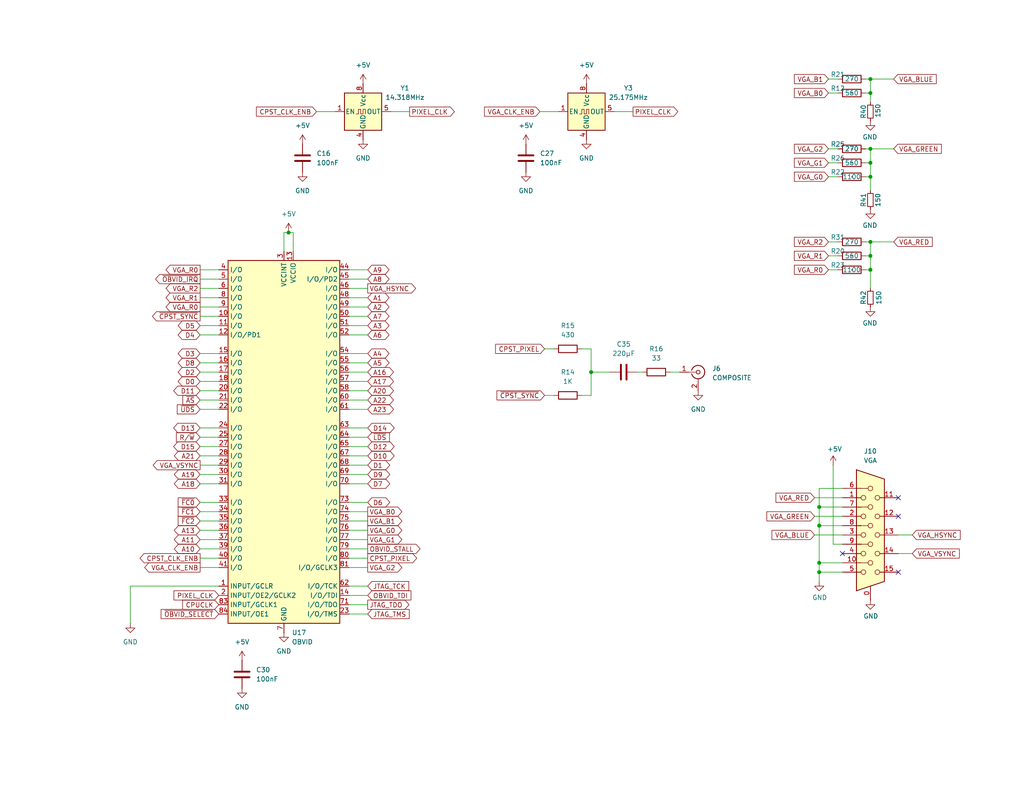
<source format=kicad_sch>
(kicad_sch (version 20250114) (generator "eeschema") (generator_version "9.0")
  (paper "USLetter")
  (lib_symbols
    (symbol "CPLD_Microchip:ATF1508ASx-xxJx84"
      (property "Reference" "U" (at -15.24 49.784 0))
      (property "Value" "ATF1508ASx-xxJx84" (at 24.384 49.784 0))
      (symbol "ATF1508ASx-xxJx84_0_1"
        (rectangle (start -15.24 48.26) (end 15.24 -50.8) (stroke (width 0.254)) (fill (type background)))
      )
      (symbol "ATF1508ASx-xxJx84_1_0"
        (pin input line (at -17.78 -45.72 0) (length 2.54) (name "INPUT/GCLK1") (number "83"))
        (pin input line (at -17.78 -48.26 0) (length 2.54) (name "INPUT/OE1") (number "84"))
        (pin passive line (at 0 -53.34 90) (length 2.54) (hide yes) (name "GND") (number "47"))
        (pin passive line (at 0 -53.34 90) (length 2.54) (hide yes) (name "GND") (number "59"))
        (pin passive line (at 0 -53.34 90) (length 2.54) (hide yes) (name "GND") (number "72"))
        (pin passive line (at 0 -53.34 90) (length 2.54) (hide yes) (name "GND") (number "82"))
        (pin power_in line (at 2.54 50.8 270) (length 2.54) (name "VCCIO") (number "13"))
        (pin passive line (at 2.54 50.8 270) (length 2.54) (hide yes) (name "VCCIO") (number "66"))
        (pin passive line (at 2.54 50.8 270) (length 2.54) (hide yes) (name "VCCIO") (number "78"))
        (pin bidirectional line (at 17.78 43.18 180) (length 2.54) (name "I/O/PD2") (number "45"))
        (pin bidirectional line (at 17.78 40.64 180) (length 2.54) (name "I/O") (number "46"))
        (pin bidirectional line (at 17.78 38.1 180) (length 2.54) (name "I/O") (number "48"))
        (pin bidirectional line (at 17.78 35.56 180) (length 2.54) (name "I/O") (number "49"))
        (pin bidirectional line (at 17.78 33.02 180) (length 2.54) (name "I/O") (number "50"))
        (pin bidirectional line (at 17.78 30.48 180) (length 2.54) (name "I/O") (number "51"))
        (pin bidirectional line (at 17.78 27.94 180) (length 2.54) (name "I/O") (number "52"))
        (pin bidirectional line (at 17.78 22.86 180) (length 2.54) (name "I/O") (number "54"))
        (pin bidirectional line (at 17.78 20.32 180) (length 2.54) (name "I/O") (number "55"))
        (pin bidirectional line (at 17.78 17.78 180) (length 2.54) (name "I/O") (number "56"))
        (pin bidirectional line (at 17.78 15.24 180) (length 2.54) (name "I/O") (number "57"))
        (pin bidirectional line (at 17.78 12.7 180) (length 2.54) (name "I/O") (number "58"))
        (pin bidirectional line (at 17.78 10.16 180) (length 2.54) (name "I/O") (number "60"))
        (pin bidirectional line (at 17.78 7.62 180) (length 2.54) (name "I/O") (number "61"))
        (pin bidirectional line (at 17.78 2.54 180) (length 2.54) (name "I/O") (number "63"))
        (pin bidirectional line (at 17.78 0 180) (length 2.54) (name "I/O") (number "64"))
        (pin bidirectional line (at 17.78 -2.54 180) (length 2.54) (name "I/O") (number "65"))
        (pin bidirectional line (at 17.78 -5.08 180) (length 2.54) (name "I/O") (number "67"))
        (pin bidirectional line (at 17.78 -7.62 180) (length 2.54) (name "I/O") (number "68"))
        (pin bidirectional line (at 17.78 -10.16 180) (length 2.54) (name "I/O") (number "69"))
        (pin bidirectional line (at 17.78 -12.7 180) (length 2.54) (name "I/O") (number "70"))
        (pin bidirectional line (at 17.78 -17.78 180) (length 2.54) (name "I/O") (number "73"))
        (pin bidirectional line (at 17.78 -20.32 180) (length 2.54) (name "I/O") (number "74"))
        (pin bidirectional line (at 17.78 -22.86 180) (length 2.54) (name "I/O") (number "75"))
        (pin bidirectional line (at 17.78 -25.4 180) (length 2.54) (name "I/O") (number "76"))
        (pin bidirectional line (at 17.78 -27.94 180) (length 2.54) (name "I/O") (number "77"))
        (pin bidirectional line (at 17.78 -30.48 180) (length 2.54) (name "I/O") (number "79"))
        (pin bidirectional line (at 17.78 -33.02 180) (length 2.54) (name "I/O") (number "80"))
        (pin bidirectional line (at 17.78 -35.56 180) (length 2.54) (name "I/O/GCLK3") (number "81"))
        (pin bidirectional line (at 17.78 -40.64 180) (length 2.54) (name "I/O/TCK") (number "62"))
        (pin bidirectional line (at 17.78 -45.72 180) (length 2.54) (name "I/O/TDO") (number "71"))
      )
      (symbol "ATF1508ASx-xxJx84_1_1"
        (pin bidirectional line (at -17.78 45.72 0) (length 2.54) (name "I/O") (number "4"))
        (pin bidirectional line (at -17.78 43.18 0) (length 2.54) (name "I/O") (number "5"))
        (pin bidirectional line (at -17.78 40.64 0) (length 2.54) (name "I/O") (number "6"))
        (pin bidirectional line (at -17.78 38.1 0) (length 2.54) (name "I/O") (number "8"))
        (pin bidirectional line (at -17.78 35.56 0) (length 2.54) (name "I/O") (number "9"))
        (pin bidirectional line (at -17.78 33.02 0) (length 2.54) (name "I/O") (number "10"))
        (pin bidirectional line (at -17.78 30.48 0) (length 2.54) (name "I/O") (number "11"))
        (pin bidirectional line (at -17.78 27.94 0) (length 2.54) (name "I/O/PD1") (number "12"))
        (pin bidirectional line (at -17.78 22.86 0) (length 2.54) (name "I/O") (number "15"))
        (pin bidirectional line (at -17.78 20.32 0) (length 2.54) (name "I/O") (number "16"))
        (pin bidirectional line (at -17.78 17.78 0) (length 2.54) (name "I/O") (number "17"))
        (pin bidirectional line (at -17.78 15.24 0) (length 2.54) (name "I/O") (number "18"))
        (pin bidirectional line (at -17.78 12.7 0) (length 2.54) (name "I/O") (number "20"))
        (pin bidirectional line (at -17.78 10.16 0) (length 2.54) (name "I/O") (number "21"))
        (pin bidirectional line (at -17.78 7.62 0) (length 2.54) (name "I/O") (number "22"))
        (pin bidirectional line (at -17.78 2.54 0) (length 2.54) (name "I/O") (number "24"))
        (pin bidirectional line (at -17.78 0 0) (length 2.54) (name "I/O") (number "25"))
        (pin bidirectional line (at -17.78 -2.54 0) (length 2.54) (name "I/O") (number "27"))
        (pin bidirectional line (at -17.78 -5.08 0) (length 2.54) (name "I/O") (number "28"))
        (pin bidirectional line (at -17.78 -7.62 0) (length 2.54) (name "I/O") (number "29"))
        (pin bidirectional line (at -17.78 -10.16 0) (length 2.54) (name "I/O") (number "30"))
        (pin bidirectional line (at -17.78 -12.7 0) (length 2.54) (name "I/O") (number "31"))
        (pin bidirectional line (at -17.78 -17.78 0) (length 2.54) (name "I/O") (number "33"))
        (pin bidirectional line (at -17.78 -20.32 0) (length 2.54) (name "I/O") (number "34"))
        (pin bidirectional line (at -17.78 -22.86 0) (length 2.54) (name "I/O") (number "35"))
        (pin bidirectional line (at -17.78 -25.4 0) (length 2.54) (name "I/O") (number "36"))
        (pin bidirectional line (at -17.78 -27.94 0) (length 2.54) (name "I/O") (number "37"))
        (pin bidirectional line (at -17.78 -30.48 0) (length 2.54) (name "I/O") (number "39"))
        (pin bidirectional line (at -17.78 -33.02 0) (length 2.54) (name "I/O") (number "40"))
        (pin bidirectional line (at -17.78 -35.56 0) (length 2.54) (name "I/O") (number "41"))
        (pin input line (at -17.78 -40.64 0) (length 2.54) (name "INPUT/GCLR") (number "1"))
        (pin input line (at -17.78 -43.18 0) (length 2.54) (name "INPUT/OE2/GCLK2") (number "2"))
        (pin power_in line (at 0 50.8 270) (length 2.54) (name "VCCINT") (number "3"))
        (pin passive line (at 0 50.8 270) (length 2.54) (hide yes) (name "VCCINT") (number "43"))
        (pin passive line (at 0 -53.34 90) (length 2.54) (hide yes) (name "GND") (number "19"))
        (pin passive line (at 0 -53.34 90) (length 2.54) (hide yes) (name "GND") (number "32"))
        (pin passive line (at 0 -53.34 90) (length 2.54) (hide yes) (name "GND") (number "42"))
        (pin power_in line (at 0 -53.34 90) (length 2.54) (name "GND") (number "7"))
        (pin passive line (at 2.54 50.8 270) (length 2.54) (hide yes) (name "VCCIO") (number "26"))
        (pin passive line (at 2.54 50.8 270) (length 2.54) (hide yes) (name "VCCIO") (number "38"))
        (pin passive line (at 2.54 50.8 270) (length 2.54) (hide yes) (name "VCCIO") (number "53"))
        (pin bidirectional line (at 17.78 45.72 180) (length 2.54) (name "I/O") (number "44"))
        (pin bidirectional line (at 17.78 -43.18 180) (length 2.54) (name "I/O/TDI") (number "14"))
        (pin bidirectional line (at 17.78 -48.26 180) (length 2.54) (name "I/O/TMS") (number "23"))
      )
    )
    (symbol "CXO_DIP8_1" (pin_names (offset 0.254))
      (property "Reference" "Y1" (at 11.43 6.4202 0))
      (property "Value" "14.318MHz" (at 11.43 3.8802 0))
      (symbol "CXO_DIP8_1_0_1"
        (rectangle (start -5.08 5.08) (end 5.08 -5.08) (stroke (width 0.254)) (fill (type background)))
        (polyline (pts (xy -1.905 -0.635) (xy -1.27 -0.635) (xy -1.27 0.635) (xy -0.635 0.635) (xy -0.635 -0.635) (xy 0 -0.635) (xy 0 0.635) (xy 0.635 0.635) (xy 0.635 -0.635)))
      )
      (symbol "CXO_DIP8_1_1_1"
        (pin input line (at -7.62 0 0) (length 2.54) (name "EN") (number "1"))
        (pin power_in line (at 0 7.62 270) (length 2.54) (name "Vcc") (number "8"))
        (pin power_in line (at 0 -7.62 90) (length 2.54) (name "GND") (number "4"))
        (pin tri_state line (at 7.62 0 180) (length 2.54) (name "OUT") (number "5"))
      )
    )
    (symbol "Connector:Conn_Coaxial" (pin_names (offset 1.016) (hide yes))
      (property "Reference" "J" (at 0.254 3.048 0))
      (property "Value" "Conn_Coaxial" (at 2.921 0 90))
      (symbol "Conn_Coaxial_0_1"
        (polyline (pts (xy -2.54 0) (xy -0.508 0)))
        (arc (start 1.778 0) (mid 0.222 -1.8079) (end -1.778 -0.508) (stroke (width 0.254)))
        (arc (start -1.778 0.508) (mid 0.2221 1.8084) (end 1.778 0) (stroke (width 0.254)))
        (circle (center 0 0) (radius 0.508) (stroke (width 0.2032)))
        (polyline (pts (xy 0 -2.54) (xy 0 -1.778)))
      )
      (symbol "Conn_Coaxial_1_1"
        (pin passive line (at -5.08 0 0) (length 2.54) (name "In") (number "1"))
        (pin passive line (at 0 -5.08 90) (length 2.54) (name "Ext") (number "2"))
      )
    )
    (symbol "Connector:DE15_Socket_HighDensity_MountingHoles" (pin_names (offset 1.016) (hide yes))
      (property "Reference" "J" (at 0 21.59 0))
      (property "Value" "DE15_Socket_HighDensity_MountingHoles" (at 0 19.05 0))
      (symbol "DE15_Socket_HighDensity_MountingHoles_0_1"
        (polyline (pts (xy -3.81 17.78) (xy -3.81 -15.24) (xy 3.81 -12.7) (xy 3.81 15.24) (xy -3.81 17.78)) (stroke (width 0.254)) (fill (type background)))
        (polyline (pts (xy -3.175 7.62) (xy -0.635 7.62)))
        (circle (center -1.905 10.16) (radius 0.635))
        (circle (center -1.905 5.08) (radius 0.635))
        (circle (center -1.905 0) (radius 0.635))
        (circle (center -1.905 -5.08) (radius 0.635))
        (circle (center -1.905 -10.16) (radius 0.635))
        (polyline (pts (xy -0.635 12.7) (xy -3.175 12.7)))
        (polyline (pts (xy -0.635 2.54) (xy -3.175 2.54)))
        (polyline (pts (xy -0.635 -2.54) (xy -3.175 -2.54)))
        (polyline (pts (xy -0.635 -7.62) (xy -3.175 -7.62)))
        (circle (center 0 12.7) (radius 0.635))
        (circle (center 0 7.62) (radius 0.635))
        (circle (center 0 2.54) (radius 0.635))
        (circle (center 0 -2.54) (radius 0.635))
        (circle (center 0 -7.62) (radius 0.635))
        (circle (center 1.905 10.16) (radius 0.635))
        (circle (center 1.905 5.08) (radius 0.635))
        (circle (center 1.905 0) (radius 0.635))
        (circle (center 1.905 -5.08) (radius 0.635))
        (circle (center 1.905 -10.16) (radius 0.635))
      )
      (symbol "DE15_Socket_HighDensity_MountingHoles_1_1"
        (pin passive line (at -7.62 12.7 0) (length 5.08) (name "~") (number "6"))
        (pin passive line (at -7.62 10.16 0) (length 5.08) (name "~") (number "1"))
        (pin passive line (at -7.62 7.62 0) (length 5.08) (name "~") (number "7"))
        (pin passive line (at -7.62 5.08 0) (length 5.08) (name "~") (number "2"))
        (pin passive line (at -7.62 2.54 0) (length 5.08) (name "~") (number "8"))
        (pin passive line (at -7.62 0 0) (length 5.08) (name "~") (number "3"))
        (pin passive line (at -7.62 -2.54 0) (length 5.08) (name "~") (number "9"))
        (pin passive line (at -7.62 -5.08 0) (length 5.08) (name "~") (number "4"))
        (pin passive line (at -7.62 -7.62 0) (length 5.08) (name "~") (number "10"))
        (pin passive line (at -7.62 -10.16 0) (length 5.08) (name "~") (number "5"))
        (pin passive line (at 0 -17.78 90) (length 3.81) (name "~") (number "0"))
        (pin passive line (at 7.62 10.16 180) (length 5.08) (name "~") (number "11"))
        (pin passive line (at 7.62 5.08 180) (length 5.08) (name "~") (number "12"))
        (pin passive line (at 7.62 0 180) (length 5.08) (name "~") (number "13"))
        (pin passive line (at 7.62 -5.08 180) (length 5.08) (name "~") (number "14"))
        (pin passive line (at 7.62 -10.16 180) (length 5.08) (name "~") (number "15"))
      )
    )
    (symbol "Device:C" (pin_numbers (hide yes)) (pin_names (offset 0.254))
      (property "Reference" "C" (at 0.635 2.54 0))
      (property "Value" "C" (at 0.635 -2.54 0))
      (symbol "C_0_1"
        (polyline (pts (xy -2.032 0.762) (xy 2.032 0.762)) (stroke (width 0.508)))
        (polyline (pts (xy -2.032 -0.762) (xy 2.032 -0.762)) (stroke (width 0.508)))
      )
      (symbol "C_1_1"
        (pin passive line (at 0 3.81 270) (length 2.794) (name "~") (number "1"))
        (pin passive line (at 0 -3.81 90) (length 2.794) (name "~") (number "2"))
      )
    )
    (symbol "Device:R" (pin_numbers (hide yes)) (pin_names (offset 0))
      (property "Reference" "R" (at 2.032 0 90))
      (property "Value" "R" (at 0 0 90))
      (symbol "R_0_1"
        (rectangle (start -1.016 -2.54) (end 1.016 2.54) (stroke (width 0.254)))
      )
      (symbol "R_1_1"
        (pin passive line (at 0 3.81 270) (length 1.27) (name "~") (number "1"))
        (pin passive line (at 0 -3.81 90) (length 1.27) (name "~") (number "2"))
      )
    )
    (symbol "Device:R_Small" (pin_numbers (hide yes)) (pin_names (offset 0.254) (hide yes))
      (property "Reference" "R" (at 0 0 90))
      (property "Value" "R_Small" (at 1.778 0 90))
      (symbol "R_Small_0_1"
        (rectangle (start -0.762 1.778) (end 0.762 -1.778) (stroke (width 0.2032)))
      )
      (symbol "R_Small_1_1"
        (pin passive line (at 0 2.54 270) (length 0.762) (name "~") (number "1"))
        (pin passive line (at 0 -2.54 90) (length 0.762) (name "~") (number "2"))
      )
    )
    (symbol "Oscillator:CXO_DIP8" (pin_names (offset 0.254))
      (property "Reference" "Y3" (at 11.43 6.4202 0))
      (property "Value" "25.175MHz" (at 11.43 3.8802 0))
      (symbol "CXO_DIP8_0_1"
        (rectangle (start -5.08 5.08) (end 5.08 -5.08) (stroke (width 0.254)) (fill (type background)))
        (polyline (pts (xy -1.905 -0.635) (xy -1.27 -0.635) (xy -1.27 0.635) (xy -0.635 0.635) (xy -0.635 -0.635) (xy 0 -0.635) (xy 0 0.635) (xy 0.635 0.635) (xy 0.635 -0.635)))
      )
      (symbol "CXO_DIP8_1_1"
        (pin input line (at -7.62 0 0) (length 2.54) (name "EN") (number "1"))
        (pin power_in line (at 0 7.62 270) (length 2.54) (name "Vcc") (number "8"))
        (pin power_in line (at 0 -7.62 90) (length 2.54) (name "GND") (number "4"))
        (pin bidirectional line (at 7.62 0 180) (length 2.54) (name "OUT") (number "5"))
      )
    )
    (symbol "power:+5V" (power) (pin_numbers (hide yes)) (pin_names (offset 0) (hide yes))
      (property "Value" "+5V" (at 0 3.556 0))
      (symbol "+5V_0_1"
        (polyline (pts (xy -0.762 1.27) (xy 0 2.54)))
        (polyline (pts (xy 0 2.54) (xy 0.762 1.27)))
        (polyline (pts (xy 0 0) (xy 0 2.54)))
      )
      (symbol "+5V_1_1"
        (pin power_in line (at 0 0 90) (length 0) (name "~") (number "1"))
      )
    )
    (symbol "power:GND" (power) (pin_numbers (hide yes)) (pin_names (offset 0) (hide yes))
      (property "Value" "GND" (at 0 -3.81 0))
      (symbol "GND_0_1"
        (polyline (pts (xy 0 0) (xy 0 -1.27) (xy 1.27 -1.27) (xy 0 -2.54) (xy -1.27 -1.27) (xy 0 -1.27)))
      )
      (symbol "GND_1_1"
        (pin power_in line (at 0 0 270) (length 0) (name "~") (number "1"))
      )
    )
  )
  (junction (at 237.49 21.59))
  (junction (at 161.29 101.6))
  (junction (at 237.49 44.45))
  (junction (at 237.49 69.85))
  (junction (at 223.52 138.43))
  (junction (at 237.49 25.4))
  (junction (at 223.52 153.67))
  (junction (at 237.49 48.26))
  (junction (at 237.49 66.04))
  (junction (at 237.49 73.66))
  (junction (at 223.52 143.51))
  (junction (at 78.74 63.5))
  (junction (at 223.52 156.21))
  (junction (at 237.49 40.64))
  (no_connect (at 245.11 140.97))
  (no_connect (at 229.87 151.13))
  (no_connect (at 245.11 135.89))
  (no_connect (at 245.11 156.21))
  (wire (pts (xy 54.61 106.68) (xy 59.69 106.68)))
  (wire (pts (xy 229.87 138.43) (xy 223.52 138.43)))
  (wire (pts (xy 54.61 83.82) (xy 59.69 83.82)))
  (wire (pts (xy 237.49 73.66) (xy 237.49 78.74)))
  (wire (pts (xy 223.52 156.21) (xy 229.87 156.21)))
  (wire (pts (xy 95.25 81.28) (xy 100.33 81.28)))
  (wire (pts (xy 54.61 109.22) (xy 59.69 109.22)))
  (wire (pts (xy 95.25 165.1) (xy 100.33 165.1)))
  (wire (pts (xy 95.25 142.24) (xy 100.33 142.24)))
  (wire (pts (xy 229.87 133.35) (xy 223.52 133.35)))
  (wire (pts (xy 54.61 76.2) (xy 59.69 76.2)))
  (wire (pts (xy 100.33 111.76) (xy 95.25 111.76)))
  (wire (pts (xy 236.22 66.04) (xy 237.49 66.04)))
  (wire (pts (xy 95.25 154.94) (xy 100.33 154.94)))
  (wire (pts (xy 243.84 21.59) (xy 237.49 21.59)))
  (wire (pts (xy 54.61 111.76) (xy 59.69 111.76)))
  (wire (pts (xy 54.61 116.84) (xy 59.69 116.84)))
  (wire (pts (xy 95.25 160.02) (xy 100.33 160.02)))
  (wire (pts (xy 148.59 95.25) (xy 151.13 95.25)))
  (wire (pts (xy 236.22 69.85) (xy 237.49 69.85)))
  (wire (pts (xy 106.68 30.48) (xy 111.76 30.48)))
  (wire (pts (xy 54.61 127) (xy 59.69 127)))
  (wire (pts (xy 91.44 30.48) (xy 86.36 30.48)))
  (wire (pts (xy 95.25 167.64) (xy 100.33 167.64)))
  (wire (pts (xy 59.69 142.24) (xy 54.61 142.24)))
  (wire (pts (xy 148.59 107.95) (xy 151.13 107.95)))
  (wire (pts (xy 59.69 91.44) (xy 54.61 91.44)))
  (wire (pts (xy 95.25 127) (xy 100.33 127)))
  (wire (pts (xy 236.22 25.4) (xy 237.49 25.4)))
  (wire (pts (xy 229.87 143.51) (xy 223.52 143.51)))
  (wire (pts (xy 237.49 40.64) (xy 237.49 44.45)))
  (wire (pts (xy 95.25 96.52) (xy 100.33 96.52)))
  (wire (pts (xy 236.22 21.59) (xy 237.49 21.59)))
  (wire (pts (xy 228.6 44.45) (xy 226.06 44.45)))
  (wire (pts (xy 100.33 78.74) (xy 95.25 78.74)))
  (wire (pts (xy 54.61 73.66) (xy 59.69 73.66)))
  (wire (pts (xy 161.29 101.6) (xy 161.29 95.25)))
  (wire (pts (xy 95.25 162.56) (xy 100.33 162.56)))
  (wire (pts (xy 223.52 153.67) (xy 223.52 156.21)))
  (wire (pts (xy 54.61 86.36) (xy 59.69 86.36)))
  (wire (pts (xy 54.61 99.06) (xy 59.69 99.06)))
  (wire (pts (xy 59.69 137.16) (xy 54.61 137.16)))
  (wire (pts (xy 95.25 99.06) (xy 100.33 99.06)))
  (wire (pts (xy 59.69 149.86) (xy 54.61 149.86)))
  (wire (pts (xy 182.88 101.6) (xy 185.42 101.6)))
  (wire (pts (xy 100.33 109.22) (xy 95.25 109.22)))
  (wire (pts (xy 222.25 140.97) (xy 229.87 140.97)))
  (wire (pts (xy 59.69 96.52) (xy 54.61 96.52)))
  (wire (pts (xy 95.25 132.08) (xy 100.33 132.08)))
  (wire (pts (xy 78.74 63.5) (xy 80.01 63.5)))
  (wire (pts (xy 236.22 73.66) (xy 237.49 73.66)))
  (wire (pts (xy 59.69 147.32) (xy 54.61 147.32)))
  (wire (pts (xy 237.49 44.45) (xy 237.49 48.26)))
  (wire (pts (xy 158.75 107.95) (xy 161.29 107.95)))
  (wire (pts (xy 152.4 30.48) (xy 147.32 30.48)))
  (wire (pts (xy 237.49 69.85) (xy 237.49 73.66)))
  (wire (pts (xy 80.01 68.58) (xy 80.01 63.5)))
  (wire (pts (xy 222.25 146.05) (xy 229.87 146.05)))
  (wire (pts (xy 237.49 66.04) (xy 237.49 69.85)))
  (wire (pts (xy 95.25 147.32) (xy 100.33 147.32)))
  (wire (pts (xy 223.52 143.51) (xy 223.52 153.67)))
  (wire (pts (xy 100.33 119.38) (xy 95.25 119.38)))
  (wire (pts (xy 236.22 44.45) (xy 237.49 44.45)))
  (wire (pts (xy 59.69 88.9) (xy 54.61 88.9)))
  (wire (pts (xy 95.25 88.9) (xy 100.33 88.9)))
  (wire (pts (xy 248.92 151.13) (xy 245.11 151.13)))
  (wire (pts (xy 243.84 66.04) (xy 237.49 66.04)))
  (wire (pts (xy 59.69 160.02) (xy 35.56 160.02)))
  (wire (pts (xy 35.56 160.02) (xy 35.56 170.18)))
  (wire (pts (xy 173.99 101.6) (xy 175.26 101.6)))
  (wire (pts (xy 161.29 101.6) (xy 166.37 101.6)))
  (wire (pts (xy 237.49 48.26) (xy 237.49 52.07)))
  (wire (pts (xy 95.25 73.66) (xy 100.33 73.66)))
  (wire (pts (xy 59.69 139.7) (xy 54.61 139.7)))
  (wire (pts (xy 222.25 135.89) (xy 229.87 135.89)))
  (wire (pts (xy 77.47 63.5) (xy 78.74 63.5)))
  (wire (pts (xy 158.75 95.25) (xy 161.29 95.25)))
  (wire (pts (xy 223.52 138.43) (xy 223.52 143.51)))
  (wire (pts (xy 161.29 107.95) (xy 161.29 101.6)))
  (wire (pts (xy 54.61 124.46) (xy 59.69 124.46)))
  (wire (pts (xy 54.61 119.38) (xy 59.69 119.38)))
  (wire (pts (xy 223.52 133.35) (xy 223.52 138.43)))
  (wire (pts (xy 223.52 158.75) (xy 223.52 156.21)))
  (wire (pts (xy 54.61 152.4) (xy 59.69 152.4)))
  (wire (pts (xy 226.06 73.66) (xy 228.6 73.66)))
  (wire (pts (xy 95.25 86.36) (xy 100.33 86.36)))
  (wire (pts (xy 237.49 21.59) (xy 237.49 25.4)))
  (wire (pts (xy 100.33 106.68) (xy 95.25 106.68)))
  (wire (pts (xy 59.69 144.78) (xy 54.61 144.78)))
  (wire (pts (xy 100.33 129.54) (xy 95.25 129.54)))
  (wire (pts (xy 95.25 83.82) (xy 100.33 83.82)))
  (wire (pts (xy 100.33 124.46) (xy 95.25 124.46)))
  (wire (pts (xy 95.25 104.14) (xy 100.33 104.14)))
  (wire (pts (xy 228.6 25.4) (xy 226.06 25.4)))
  (wire (pts (xy 54.61 121.92) (xy 59.69 121.92)))
  (wire (pts (xy 228.6 69.85) (xy 226.06 69.85)))
  (wire (pts (xy 236.22 48.26) (xy 237.49 48.26)))
  (wire (pts (xy 100.33 116.84) (xy 95.25 116.84)))
  (wire (pts (xy 228.6 40.64) (xy 226.06 40.64)))
  (wire (pts (xy 228.6 48.26) (xy 226.06 48.26)))
  (wire (pts (xy 228.6 21.59) (xy 226.06 21.59)))
  (wire (pts (xy 167.64 30.48) (xy 172.72 30.48)))
  (wire (pts (xy 237.49 25.4) (xy 237.49 27.94)))
  (wire (pts (xy 236.22 40.64) (xy 237.49 40.64)))
  (wire (pts (xy 59.69 104.14) (xy 54.61 104.14)))
  (wire (pts (xy 95.25 139.7) (xy 100.33 139.7)))
  (wire (pts (xy 95.25 76.2) (xy 100.33 76.2)))
  (wire (pts (xy 95.25 91.44) (xy 100.33 91.44)))
  (wire (pts (xy 77.47 63.5) (xy 77.47 68.58)))
  (wire (pts (xy 100.33 121.92) (xy 95.25 121.92)))
  (wire (pts (xy 229.87 153.67) (xy 223.52 153.67)))
  (wire (pts (xy 54.61 78.74) (xy 59.69 78.74)))
  (wire (pts (xy 95.25 144.78) (xy 100.33 144.78)))
  (wire (pts (xy 59.69 101.6) (xy 54.61 101.6)))
  (wire (pts (xy 59.69 132.08) (xy 54.61 132.08)))
  (wire (pts (xy 227.33 148.59) (xy 229.87 148.59)))
  (wire (pts (xy 248.92 146.05) (xy 245.11 146.05)))
  (wire (pts (xy 54.61 154.94) (xy 59.69 154.94)))
  (wire (pts (xy 243.84 40.64) (xy 237.49 40.64)))
  (wire (pts (xy 227.33 127) (xy 227.33 148.59)))
  (wire (pts (xy 59.69 129.54) (xy 54.61 129.54)))
  (wire (pts (xy 95.25 101.6) (xy 100.33 101.6)))
  (wire (pts (xy 228.6 66.04) (xy 226.06 66.04)))
  (wire (pts (xy 100.33 149.86) (xy 95.25 149.86)))
  (wire (pts (xy 95.25 152.4) (xy 100.33 152.4)))
  (wire (pts (xy 54.61 81.28) (xy 59.69 81.28)))
  (wire (pts (xy 95.25 137.16) (xy 100.33 137.16)))
  (global_label "D13" (shape bidirectional) (at 54.61 116.84 180) (property "Intersheetrefs" "${INTERSHEET_REFS}" (effects (hide yes))))
  (global_label "A22" (shape bidirectional) (at 100.33 109.22 0) (property "Intersheetrefs" "${INTERSHEET_REFS}" (effects (hide yes))))
  (global_label "A18" (shape bidirectional) (at 54.61 132.08 180) (property "Intersheetrefs" "${INTERSHEET_REFS}" (effects (hide yes))))
  (global_label "D14" (shape bidirectional) (at 100.33 116.84 0) (property "Intersheetrefs" "${INTERSHEET_REFS}" (effects (hide yes))))
  (global_label "~{LDS}" (shape input) (at 100.33 119.38 0) (property "Intersheetrefs" "${INTERSHEET_REFS}" (effects (hide yes))))
  (global_label "VGA_B0" (shape output) (at 100.33 139.7 0) (property "Intersheetrefs" "${INTERSHEET_REFS}" (effects (hide yes))))
  (global_label "~{FC1}" (shape input) (at 54.61 139.7 180) (property "Intersheetrefs" "${INTERSHEET_REFS}" (effects (hide yes))))
  (global_label "A21" (shape bidirectional) (at 54.61 124.46 180) (property "Intersheetrefs" "${INTERSHEET_REFS}" (effects (hide yes))))
  (global_label "CPST_PIXEL" (shape input) (at 148.59 95.25 180) (property "Intersheetrefs" "${INTERSHEET_REFS}" (effects (hide yes))))
  (global_label "VGA_RED" (shape input) (at 222.25 135.89 180) (property "Intersheetrefs" "${INTERSHEET_REFS}" (effects (hide yes))))
  (global_label "CPST_CLK_ENB" (shape output) (at 54.61 152.4 180) (property "Intersheetrefs" "${INTERSHEET_REFS}" (effects (hide yes))))
  (global_label "~{FC2}" (shape input) (at 54.61 142.24 180) (property "Intersheetrefs" "${INTERSHEET_REFS}" (effects (hide yes))))
  (global_label "OBVID_TDI" (shape input) (at 100.33 162.56 0) (property "Intersheetrefs" "${INTERSHEET_REFS}" (effects (hide yes))))
  (global_label "~{FC0}" (shape input) (at 54.61 137.16 180) (property "Intersheetrefs" "${INTERSHEET_REFS}" (effects (hide yes))))
  (global_label "D2" (shape bidirectional) (at 54.61 101.6 180) (property "Intersheetrefs" "${INTERSHEET_REFS}" (effects (hide yes))))
  (global_label "VGA_RED" (shape input) (at 243.84 66.04 0) (property "Intersheetrefs" "${INTERSHEET_REFS}" (effects (hide yes))))
  (global_label "~{OBVID_IRQ}" (shape output) (at 54.61 76.2 180) (property "Intersheetrefs" "${INTERSHEET_REFS}" (effects (hide yes))))
  (global_label "VGA_B1" (shape input) (at 226.06 21.59 180) (property "Intersheetrefs" "${INTERSHEET_REFS}" (effects (hide yes))))
  (global_label "VGA_R2" (shape input) (at 226.06 66.04 180) (property "Intersheetrefs" "${INTERSHEET_REFS}" (effects (hide yes))))
  (global_label "VGA_BLUE" (shape input) (at 243.84 21.59 0) (property "Intersheetrefs" "${INTERSHEET_REFS}" (effects (hide yes))))
  (global_label "A19" (shape bidirectional) (at 54.61 129.54 180) (property "Intersheetrefs" "${INTERSHEET_REFS}" (effects (hide yes))))
  (global_label "VGA_G0" (shape input) (at 226.06 48.26 180) (property "Intersheetrefs" "${INTERSHEET_REFS}" (effects (hide yes))))
  (global_label "JTAG_TDO" (shape output) (at 100.33 165.1 0) (property "Intersheetrefs" "${INTERSHEET_REFS}" (effects (hide yes))))
  (global_label "VGA_HSYNC" (shape input) (at 248.92 146.05 0) (property "Intersheetrefs" "${INTERSHEET_REFS}" (effects (hide yes))))
  (global_label "A2" (shape bidirectional) (at 100.33 83.82 0) (property "Intersheetrefs" "${INTERSHEET_REFS}" (effects (hide yes))))
  (global_label "A23" (shape bidirectional) (at 100.33 111.76 0) (property "Intersheetrefs" "${INTERSHEET_REFS}" (effects (hide yes))))
  (global_label "CPST_CLK_ENB" (shape input) (at 86.36 30.48 180) (property "Intersheetrefs" "${INTERSHEET_REFS}" (effects (hide yes))))
  (global_label "D15" (shape bidirectional) (at 54.61 121.92 180) (property "Intersheetrefs" "${INTERSHEET_REFS}" (effects (hide yes))))
  (global_label "A4" (shape bidirectional) (at 100.33 96.52 0) (property "Intersheetrefs" "${INTERSHEET_REFS}" (effects (hide yes))))
  (global_label "CPUCLK" (shape input) (at 59.69 165.1 180) (property "Intersheetrefs" "${INTERSHEET_REFS}" (effects (hide yes))))
  (global_label "VGA_R2" (shape output) (at 54.61 78.74 180) (property "Intersheetrefs" "${INTERSHEET_REFS}" (effects (hide yes))))
  (global_label "VGA_HSYNC" (shape output) (at 100.33 78.74 0) (property "Intersheetrefs" "${INTERSHEET_REFS}" (effects (hide yes))))
  (global_label "D1" (shape bidirectional) (at 100.33 127 0) (property "Intersheetrefs" "${INTERSHEET_REFS}" (effects (hide yes))))
  (global_label "VGA_R0" (shape output) (at 54.61 83.82 180) (property "Intersheetrefs" "${INTERSHEET_REFS}" (effects (hide yes))))
  (global_label "A9" (shape bidirectional) (at 100.33 73.66 0) (property "Intersheetrefs" "${INTERSHEET_REFS}" (effects (hide yes))))
  (global_label "~{CPST_SYNC}" (shape output) (at 54.61 86.36 180) (property "Intersheetrefs" "${INTERSHEET_REFS}" (effects (hide yes))))
  (global_label "A1" (shape bidirectional) (at 100.33 81.28 0) (property "Intersheetrefs" "${INTERSHEET_REFS}" (effects (hide yes))))
  (global_label "A10" (shape bidirectional) (at 54.61 149.86 180) (property "Intersheetrefs" "${INTERSHEET_REFS}" (effects (hide yes))))
  (global_label "VGA_G1" (shape output) (at 100.33 147.32 0) (property "Intersheetrefs" "${INTERSHEET_REFS}" (effects (hide yes))))
  (global_label "~{OBVID_SELECT}" (shape input) (at 59.69 167.64 180) (property "Intersheetrefs" "${INTERSHEET_REFS}" (effects (hide yes))))
  (global_label "PIXEL_CLK" (shape output) (at 111.76 30.48 0) (property "Intersheetrefs" "${INTERSHEET_REFS}" (effects (hide yes))))
  (global_label "VGA_B1" (shape output) (at 100.33 142.24 0) (property "Intersheetrefs" "${INTERSHEET_REFS}" (effects (hide yes))))
  (global_label "A17" (shape bidirectional) (at 100.33 104.14 0) (property "Intersheetrefs" "${INTERSHEET_REFS}" (effects (hide yes))))
  (global_label "VGA_R1" (shape output) (at 54.61 81.28 180) (property "Intersheetrefs" "${INTERSHEET_REFS}" (effects (hide yes))))
  (global_label "A20" (shape bidirectional) (at 100.33 106.68 0) (property "Intersheetrefs" "${INTERSHEET_REFS}" (effects (hide yes))))
  (global_label "A3" (shape bidirectional) (at 100.33 88.9 0) (property "Intersheetrefs" "${INTERSHEET_REFS}" (effects (hide yes))))
  (global_label "R{slash}~{W}" (shape input) (at 54.61 119.38 180) (property "Intersheetrefs" "${INTERSHEET_REFS}" (effects (hide yes))))
  (global_label "VGA_VSYNC" (shape output) (at 54.61 127 180) (property "Intersheetrefs" "${INTERSHEET_REFS}" (effects (hide yes))))
  (global_label "VGA_G1" (shape input) (at 226.06 44.45 180) (property "Intersheetrefs" "${INTERSHEET_REFS}" (effects (hide yes))))
  (global_label "VGA_R0" (shape input) (at 226.06 73.66 180) (property "Intersheetrefs" "${INTERSHEET_REFS}" (effects (hide yes))))
  (global_label "VGA_R1" (shape input) (at 226.06 69.85 180) (property "Intersheetrefs" "${INTERSHEET_REFS}" (effects (hide yes))))
  (global_label "JTAG_TCK" (shape input) (at 100.33 160.02 0) (property "Intersheetrefs" "${INTERSHEET_REFS}" (effects (hide yes))))
  (global_label "D8" (shape bidirectional) (at 54.61 99.06 180) (property "Intersheetrefs" "${INTERSHEET_REFS}" (effects (hide yes))))
  (global_label "VGA_GREEN" (shape input) (at 222.25 140.97 180) (property "Intersheetrefs" "${INTERSHEET_REFS}" (effects (hide yes))))
  (global_label "VGA_VSYNC" (shape input) (at 248.92 151.13 0) (property "Intersheetrefs" "${INTERSHEET_REFS}" (effects (hide yes))))
  (global_label "VGA_CLK_ENB" (shape input) (at 147.32 30.48 180) (property "Intersheetrefs" "${INTERSHEET_REFS}" (effects (hide yes))))
  (global_label "PIXEL_CLK" (shape output) (at 172.72 30.48 0) (property "Intersheetrefs" "${INTERSHEET_REFS}" (effects (hide yes))))
  (global_label "~{UDS}" (shape input) (at 54.61 111.76 180) (property "Intersheetrefs" "${INTERSHEET_REFS}" (effects (hide yes))))
  (global_label "A5" (shape bidirectional) (at 100.33 99.06 0) (property "Intersheetrefs" "${INTERSHEET_REFS}" (effects (hide yes))))
  (global_label "VGA_CLK_ENB" (shape output) (at 54.61 154.94 180) (property "Intersheetrefs" "${INTERSHEET_REFS}" (effects (hide yes))))
  (global_label "VGA_R0" (shape output) (at 54.61 73.66 180) (property "Intersheetrefs" "${INTERSHEET_REFS}" (effects (hide yes))))
  (global_label "A11" (shape bidirectional) (at 54.61 147.32 180) (property "Intersheetrefs" "${INTERSHEET_REFS}" (effects (hide yes))))
  (global_label "D11" (shape bidirectional) (at 54.61 106.68 180) (property "Intersheetrefs" "${INTERSHEET_REFS}" (effects (hide yes))))
  (global_label "~{AS}" (shape input) (at 54.61 109.22 180) (property "Intersheetrefs" "${INTERSHEET_REFS}" (effects (hide yes))))
  (global_label "A8" (shape bidirectional) (at 100.33 76.2 0) (property "Intersheetrefs" "${INTERSHEET_REFS}" (effects (hide yes))))
  (global_label "D7" (shape bidirectional) (at 100.33 132.08 0) (property "Intersheetrefs" "${INTERSHEET_REFS}" (effects (hide yes))))
  (global_label "D10" (shape bidirectional) (at 100.33 124.46 0) (property "Intersheetrefs" "${INTERSHEET_REFS}" (effects (hide yes))))
  (global_label "~{CPST_SYNC}" (shape input) (at 148.59 107.95 180) (property "Intersheetrefs" "${INTERSHEET_REFS}" (effects (hide yes))))
  (global_label "D4" (shape bidirectional) (at 54.61 91.44 180) (property "Intersheetrefs" "${INTERSHEET_REFS}" (effects (hide yes))))
  (global_label "VGA_G2" (shape input) (at 226.06 40.64 180) (property "Intersheetrefs" "${INTERSHEET_REFS}" (effects (hide yes))))
  (global_label "VGA_G2" (shape output) (at 100.33 154.94 0) (property "Intersheetrefs" "${INTERSHEET_REFS}" (effects (hide yes))))
  (global_label "VGA_GREEN" (shape input) (at 243.84 40.64 0) (property "Intersheetrefs" "${INTERSHEET_REFS}" (effects (hide yes))))
  (global_label "A6" (shape bidirectional) (at 100.33 91.44 0) (property "Intersheetrefs" "${INTERSHEET_REFS}" (effects (hide yes))))
  (global_label "A7" (shape bidirectional) (at 100.33 86.36 0) (property "Intersheetrefs" "${INTERSHEET_REFS}" (effects (hide yes))))
  (global_label "OBVID_STALL" (shape output) (at 100.33 149.86 0) (property "Intersheetrefs" "${INTERSHEET_REFS}" (effects (hide yes))))
  (global_label "VGA_BLUE" (shape input) (at 222.25 146.05 180) (property "Intersheetrefs" "${INTERSHEET_REFS}" (effects (hide yes))))
  (global_label "A16" (shape bidirectional) (at 100.33 101.6 0) (property "Intersheetrefs" "${INTERSHEET_REFS}" (effects (hide yes))))
  (global_label "D9" (shape bidirectional) (at 100.33 129.54 0) (property "Intersheetrefs" "${INTERSHEET_REFS}" (effects (hide yes))))
  (global_label "VGA_G0" (shape output) (at 100.33 144.78 0) (property "Intersheetrefs" "${INTERSHEET_REFS}" (effects (hide yes))))
  (global_label "JTAG_TMS" (shape input) (at 100.33 167.64 0) (property "Intersheetrefs" "${INTERSHEET_REFS}" (effects (hide yes))))
  (global_label "D0" (shape bidirectional) (at 54.61 104.14 180) (property "Intersheetrefs" "${INTERSHEET_REFS}" (effects (hide yes))))
  (global_label "D6" (shape bidirectional) (at 100.33 137.16 0) (property "Intersheetrefs" "${INTERSHEET_REFS}" (effects (hide yes))))
  (global_label "A13" (shape bidirectional) (at 54.61 144.78 180) (property "Intersheetrefs" "${INTERSHEET_REFS}" (effects (hide yes))))
  (global_label "D12" (shape bidirectional) (at 100.33 121.92 0) (property "Intersheetrefs" "${INTERSHEET_REFS}" (effects (hide yes))))
  (global_label "D5" (shape bidirectional) (at 54.61 88.9 180) (property "Intersheetrefs" "${INTERSHEET_REFS}" (effects (hide yes))))
  (global_label "VGA_B0" (shape input) (at 226.06 25.4 180) (property "Intersheetrefs" "${INTERSHEET_REFS}" (effects (hide yes))))
  (global_label "PIXEL_CLK" (shape input) (at 59.69 162.56 180) (property "Intersheetrefs" "${INTERSHEET_REFS}" (effects (hide yes))))
  (global_label "CPST_PIXEL" (shape output) (at 100.33 152.4 0) (property "Intersheetrefs" "${INTERSHEET_REFS}" (effects (hide yes))))
  (global_label "D3" (shape bidirectional) (at 54.61 96.52 180) (property "Intersheetrefs" "${INTERSHEET_REFS}" (effects (hide yes))))
  (symbol (lib_id "Device:R") (at 232.41 40.64 270) (unit 1)
    (property "Reference" "R25" (at 228.6 39.37 90))
    (property "Value" "270" (at 232.41 40.64 90))
    (property "Footprint" "Resistor_THT:R_Axial_DIN0207_L6.3mm_D2.5mm_P10.16mm_Horizontal" (effects (hide yes)))
    (property "Datasheet" "~" (at 232.41 40.64 0) (effects (font (size 0.762 0.762))))
    (property "Description" "Resistor 270 ohms 0.5% tolerance" (effects (hide yes)))
    (property "Package" "0603" (effects (hide yes)))
    (property "Type" "SMD" (effects (hide yes)))
  )
  (symbol (lib_id "Device:R") (at 232.41 44.45 270) (unit 1)
    (property "Reference" "R26" (at 228.6 43.18 90))
    (property "Value" "560" (at 232.41 44.45 90))
    (property "Footprint" "Resistor_THT:R_Axial_DIN0207_L6.3mm_D2.5mm_P10.16mm_Horizontal" (effects (hide yes)))
    (property "Datasheet" "~" (at 232.41 44.45 0) (effects (font (size 0.762 0.762))))
    (property "Description" "Resistor 560 ohms 1% tolerance" (effects (hide yes)))
    (property "Package" "0603" (effects (hide yes)))
    (property "Type" "SMD" (effects (hide yes)))
  )
  (symbol (lib_id "Device:R_Small") (at 237.49 30.48 0) (mirror x) (unit 1)
    (property "Reference" "R40" (at 235.585 30.48 90))
    (property "Value" "150" (at 239.522 30.226 90))
    (property "Footprint" "Resistor_THT:R_Axial_DIN0207_L6.3mm_D2.5mm_P10.16mm_Horizontal" (effects (hide yes)))
    (property "Description" "resistor 150 ohms 5%" (effects (hide yes)))
    (property "Package" "0603" (effects (hide yes)))
    (property "Type" "SMD" (effects (hide yes)))
  )
  (symbol (lib_id "Device:R_Small") (at 237.49 54.61 0) (mirror x) (unit 1)
    (property "Reference" "R41" (at 235.585 54.61 90))
    (property "Value" "150" (at 239.522 54.61 90))
    (property "Footprint" "Resistor_THT:R_Axial_DIN0207_L6.3mm_D2.5mm_P10.16mm_Horizontal" (effects (hide yes)))
    (property "Description" "resistor 150 ohms 5%" (effects (hide yes)))
    (property "Package" "0603" (effects (hide yes)))
    (property "Type" "SMD" (effects (hide yes)))
  )
  (symbol (lib_id "Device:R_Small") (at 237.49 81.28 0) (mirror x) (unit 1)
    (property "Reference" "R42" (at 235.585 81.28 90))
    (property "Value" "150" (at 239.776 81.28 90))
    (property "Footprint" "Resistor_THT:R_Axial_DIN0207_L6.3mm_D2.5mm_P10.16mm_Horizontal" (effects (hide yes)))
    (property "Description" "resistor 150 ohms 5%" (effects (hide yes)))
    (property "Package" "0603" (effects (hide yes)))
    (property "Type" "SMD" (effects (hide yes)))
  )
  (symbol (lib_id "Device:R") (at 232.41 66.04 270) (unit 1)
    (property "Reference" "R31" (at 228.6 64.77 90))
    (property "Value" "270" (at 232.41 66.04 90))
    (property "Footprint" "Resistor_THT:R_Axial_DIN0207_L6.3mm_D2.5mm_P10.16mm_Horizontal" (effects (hide yes)))
    (property "Datasheet" "~" (at 232.41 66.04 0) (effects (font (size 0.762 0.762))))
    (property "Description" "Resistor 270 ohms 0.5% tolerance" (effects (hide yes)))
    (property "Package" "0603" (effects (hide yes)))
    (property "Type" "SMD" (effects (hide yes)))
  )
  (symbol (lib_id "power:+5V") (at 99.06 22.86 0) (unit 1)
    (property "Reference" "#PWR098" (effects (hide yes)))
    (property "Value" "+5V" (at 99.06 17.78 0))
    (property "Description" "Power symbol creates a global label with name \"+5V\"" (effects (hide yes)))
  )
  (symbol (lib_id "Device:R") (at 232.41 69.85 270) (unit 1)
    (property "Reference" "R20" (at 228.6 68.58 90))
    (property "Value" "560" (at 232.41 69.85 90))
    (property "Footprint" "Resistor_THT:R_Axial_DIN0207_L6.3mm_D2.5mm_P10.16mm_Horizontal" (effects (hide yes)))
    (property "Datasheet" "~" (at 232.41 69.85 0) (effects (font (size 0.762 0.762))))
    (property "Description" "Resistor 560 ohms 1% tolerance" (effects (hide yes)))
    (property "Package" "0603" (effects (hide yes)))
    (property "Type" "SMD" (effects (hide yes)))
  )
  (symbol (lib_id "Device:C") (at 82.55 43.18 0) (unit 1)
    (property "Reference" "C16" (at 86.36 41.9099 0) (effects (justify left)))
    (property "Value" "100nF" (at 86.36 44.4499 0) (effects (justify left)))
    (property "Footprint" "Capacitor_THT:C_Disc_D5.0mm_W2.5mm_P5.00mm" (effects (hide yes)))
    (property "Description" "Unpolarized capacitor" (effects (hide yes)))
  )
  (symbol (lib_id "power:GND") (at 143.51 46.99 0) (unit 1)
    (property "Reference" "#PWR0105" (effects (hide yes)))
    (property "Value" "GND" (at 143.51 52.07 0))
    (property "Description" "Power symbol creates a global label with name \"GND\" , ground" (effects (hide yes)))
  )
  (symbol (lib_id "Device:C") (at 170.18 101.6 90) (unit 1)
    (property "Reference" "C35" (at 170.18 93.98 90))
    (property "Value" "220µF" (at 170.18 96.52 90))
    (property "Footprint" "Capacitor_THT:CP_Radial_D6.3mm_P2.50mm" (effects (hide yes)))
    (property "Description" "Unpolarized capacitor" (effects (hide yes)))
  )
  (symbol (lib_id "power:GND") (at 190.5 106.68 0) (unit 1)
    (property "Reference" "#PWR0124" (effects (hide yes)))
    (property "Value" "GND" (at 190.5 111.76 0))
    (property "Description" "Power symbol creates a global label with name \"GND\" , ground" (effects (hide yes)))
  )
  (symbol (lib_id "Device:R") (at 232.41 21.59 270) (unit 1)
    (property "Reference" "R21" (at 228.6 20.32 90))
    (property "Value" "270" (at 232.41 21.59 90))
    (property "Footprint" "Resistor_THT:R_Axial_DIN0207_L6.3mm_D2.5mm_P10.16mm_Horizontal" (effects (hide yes)))
    (property "Datasheet" "~" (at 232.41 21.59 0) (effects (font (size 0.762 0.762))))
    (property "Description" "Resistor 270 ohms 0.5% tolerance" (effects (hide yes)))
    (property "Package" "0603" (effects (hide yes)))
    (property "Type" "SMD" (effects (hide yes)))
  )
  (symbol (lib_id "power:GND") (at 160.02 38.1 0) (unit 1)
    (property "Reference" "#PWR0108" (effects (hide yes)))
    (property "Value" "GND" (at 160.02 43.18 0))
    (property "Description" "Power symbol creates a global label with name \"GND\" , ground" (effects (hide yes)))
  )
  (symbol (lib_id "Device:R") (at 154.94 95.25 90) (unit 1)
    (property "Reference" "R15" (at 154.94 88.9 90))
    (property "Value" "430" (at 154.94 91.44 90))
    (property "Footprint" "Resistor_THT:R_Axial_DIN0207_L6.3mm_D2.5mm_P10.16mm_Horizontal" (effects (hide yes)))
    (property "Description" "Resistor" (effects (hide yes)))
  )
  (symbol (lib_id "power:GND") (at 237.49 57.15 0) (mirror y) (unit 1)
    (property "Reference" "#PWR0113" (effects (hide yes)))
    (property "Value" "GND" (at 237.363 61.5442 0))
  )
  (symbol (lib_id "power:GND") (at 82.55 46.99 0) (unit 1)
    (property "Reference" "#PWR063" (effects (hide yes)))
    (property "Value" "GND" (at 82.55 52.07 0))
    (property "Description" "Power symbol creates a global label with name \"GND\" , ground" (effects (hide yes)))
  )
  (symbol (lib_id "power:+5V") (at 78.74 63.5 0) (unit 1)
    (property "Reference" "#PWR0103" (effects (hide yes)))
    (property "Value" "+5V" (at 78.74 58.42 0))
    (property "Description" "Power symbol creates a global label with name \"+5V\"" (effects (hide yes)))
  )
  (symbol (lib_id "Device:C") (at 66.04 184.15 0) (unit 1)
    (property "Reference" "C30" (at 69.85 182.8799 0) (effects (justify left)))
    (property "Value" "100nF" (at 69.85 185.4199 0) (effects (justify left)))
    (property "Footprint" "Capacitor_THT:C_Disc_D5.0mm_W2.5mm_P5.00mm" (effects (hide yes)))
    (property "Description" "Unpolarized capacitor" (effects (hide yes)))
  )
  (symbol (lib_id "Device:R") (at 232.41 73.66 270) (unit 1)
    (property "Reference" "R23" (at 228.6 72.39 90))
    (property "Value" "1100" (at 232.41 73.66 90))
    (property "Footprint" "Resistor_THT:R_Axial_DIN0207_L6.3mm_D2.5mm_P10.16mm_Horizontal" (effects (hide yes)))
    (property "Datasheet" "~" (at 232.41 73.66 0) (effects (font (size 0.762 0.762))))
    (property "Description" "Resistor 1100 ohms 1% tolerance" (effects (hide yes)))
    (property "Package" "0603" (effects (hide yes)))
    (property "Type" "SMD" (effects (hide yes)))
  )
  (symbol (lib_id "Device:R") (at 179.07 101.6 90) (unit 1)
    (property "Reference" "R16" (at 179.07 95.25 90))
    (property "Value" "33" (at 179.07 97.79 90))
    (property "Footprint" "Resistor_THT:R_Axial_DIN0207_L6.3mm_D2.5mm_P10.16mm_Horizontal" (effects (hide yes)))
    (property "Description" "Resistor" (effects (hide yes)))
  )
  (symbol (lib_id "power:GND") (at 223.52 158.75 0) (unit 1)
    (property "Reference" "#PWR0109" (effects (hide yes)))
    (property "Value" "GND" (at 223.647 163.1442 0))
  )
  (symbol (lib_id "power:GND") (at 77.47 172.72 0) (unit 1)
    (property "Reference" "#PWR0102" (effects (hide yes)))
    (property "Value" "GND" (at 77.47 177.8 0))
    (property "Description" "Power symbol creates a global label with name \"GND\" , ground" (effects (hide yes)))
  )
  (symbol (lib_id "power:+5V") (at 143.51 39.37 0) (unit 1)
    (property "Reference" "#PWR0104" (effects (hide yes)))
    (property "Value" "+5V" (at 143.51 34.29 0))
    (property "Description" "Power symbol creates a global label with name \"+5V\"" (effects (hide yes)))
  )
  (symbol (lib_id "Device:C") (at 143.51 43.18 0) (unit 1)
    (property "Reference" "C27" (at 147.32 41.9099 0) (effects (justify left)))
    (property "Value" "100nF" (at 147.32 44.4499 0) (effects (justify left)))
    (property "Footprint" "Capacitor_THT:C_Disc_D5.0mm_W2.5mm_P5.00mm" (effects (hide yes)))
    (property "Description" "Unpolarized capacitor" (effects (hide yes)))
  )
  (symbol (lib_id "power:GND") (at 237.49 83.82 0) (mirror y) (unit 1)
    (property "Reference" "#PWR0114" (effects (hide yes)))
    (property "Value" "GND" (at 237.363 88.2142 0))
  )
  (symbol (lib_id "power:GND") (at 237.49 163.83 0) (unit 1)
    (property "Reference" "#PWR0111" (effects (hide yes)))
    (property "Value" "GND" (at 237.617 168.2242 0))
  )
  (symbol (lib_id "Connector:DE15_Socket_HighDensity_MountingHoles") (at 237.49 146.05 0) (unit 1)
    (property "Reference" "J10" (at 237.49 123.19 0))
    (property "Value" "VGA" (at 237.49 125.73 0))
    (property "Footprint" "board:HD15-SN-24" (effects (hide yes)))
    (property "Description" "15-pin D-SUB connector, socket (female), High density (3 columns), Triple Row, Generic, VGA-connector, Mounting Hole" (effects (hide yes)))
  )
  (symbol (lib_id "power:+5V") (at 82.55 39.37 0) (unit 1)
    (property "Reference" "#PWR062" (effects (hide yes)))
    (property "Value" "+5V" (at 82.55 34.29 0))
    (property "Description" "Power symbol creates a global label with name \"+5V\"" (effects (hide yes)))
  )
  (symbol (lib_id "Oscillator:CXO_DIP8") (at 160.02 30.48 0) (unit 1)
    (property "Reference" "Y3" (at 171.45 24.0598 0))
    (property "Value" "25.175MHz" (at 171.45 26.5998 0))
    (property "Footprint" "Oscillator:Oscillator_DIP-8" (effects (hide yes)))
    (property "Datasheet" "http://cdn-reichelt.de/documents/datenblatt/B400/OSZI.pdf" (effects (hide yes)))
    (property "Description" "Crystal Clock Oscillator, DIP8-style metal package" (effects (hide yes)))
    (property "Digikey" "https://www.digikey.com/en/products/detail/shenzhen-sctf-electronics/SXOA25-175A20F30TNN/25795923?s=N4IgjCBcpgbFoDGUBmBDANgZwKYBoQB7KAbRACYBOAFgAZZKQBdAgBwBcoQBldgJwCWAOwDmIAL4Fq8aCGSR02fEVIUArAHZ6zNp0g9%2BwsZJAMEc1JlwFikMtTBgAHJQ06QHLr0GiJBDRCy8orWKnYgAMwRYGpObiweegY%2BxgSOtObBVsq2ZBHU1OS0GQme%2Bt5GfuBOEZmWSjaqheQalIylSRW%2BJuRq5HUK2Y3h5GDksGDxul6G3QS9tUH1obkUE9TuZcmVPRoySMs5quTUlJMQHTMpVVpuS4MNYWQX0%2BWzqeCOgQcPK6oviSuOzSY2%2BFl%2BR3CMTiERKr22c3AETUG3uIUhz02nXeVRixQG6OGz1OtH6lze1xMYEoLgJQyeIBKPVolH6aPpqwBWy6H1Gagy7Meq16ADpJmoAAQAWQAEgAvLFcACqQgE7AA8igpTg0FgAK58HBVchRJx0oWqKL8yhwwEU4EgAC0YKyFvCsT6zBMjtRP0JDNgESoZO9anNfyh8XE0aAA" (effects (hide yes)))
  )
  (symbol (lib_name "CXO_DIP8_1") (lib_id "Oscillator:CXO_DIP8") (at 99.06 30.48 0) (unit 1)
    (property "Reference" "Y1" (at 110.49 24.0598 0))
    (property "Value" "14.318MHz" (at 110.49 26.5998 0))
    (property "Footprint" "Oscillator:Oscillator_DIP-8" (effects (hide yes)))
    (property "Datasheet" "http://cdn-reichelt.de/documents/datenblatt/B400/OSZI.pdf" (effects (hide yes)))
    (property "Description" "Crystal Clock Oscillator, DIP8-style metal package" (effects (hide yes)))
    (property "Digikey" "https://www.digikey.com/en/products/detail/shenzhen-sctf-electronics/SXOA14-31818A20F30TNN/25795979" (effects (hide yes)))
  )
  (symbol (lib_id "Connector:Conn_Coaxial") (at 190.5 101.6 0) (unit 1)
    (property "Reference" "J6" (at 194.31 100.6231 0) (effects (justify left)))
    (property "Value" "COMPOSITE" (at 194.31 103.1631 0) (effects (justify left)))
    (property "Footprint" "board:CUI_RCJ-044" (effects (hide yes)))
    (property "Description" "coaxial connector (BNC, SMA, SMB, SMC, Cinch/RCA, LEMO, ...)" (effects (hide yes)))
  )
  (symbol (lib_id "power:GND") (at 35.56 170.18 0) (unit 1)
    (property "Reference" "#PWR020" (effects (hide yes)))
    (property "Value" "GND" (at 35.56 175.26 0))
    (property "Description" "Power symbol creates a global label with name \"GND\" , ground" (effects (hide yes)))
  )
  (symbol (lib_id "Device:R") (at 232.41 48.26 270) (unit 1)
    (property "Reference" "R22" (at 228.6 46.99 90))
    (property "Value" "1100" (at 232.41 48.26 90))
    (property "Footprint" "Resistor_THT:R_Axial_DIN0207_L6.3mm_D2.5mm_P10.16mm_Horizontal" (effects (hide yes)))
    (property "Datasheet" "~" (at 232.41 48.26 0) (effects (font (size 0.762 0.762))))
    (property "Description" "Resistor 1100 ohms 1% tolerance" (effects (hide yes)))
    (property "Package" "0603" (effects (hide yes)))
    (property "Type" "SMD" (effects (hide yes)))
  )
  (symbol (lib_id "power:+5V") (at 160.02 22.86 0) (unit 1)
    (property "Reference" "#PWR0107" (effects (hide yes)))
    (property "Value" "+5V" (at 160.02 17.78 0))
    (property "Description" "Power symbol creates a global label with name \"+5V\"" (effects (hide yes)))
  )
  (symbol (lib_id "CPLD_Microchip:ATF1508ASx-xxJx84") (at 77.47 119.38 0) (unit 1)
    (property "Reference" "U17" (at 79.6133 172.72 0) (effects (justify left)))
    (property "Value" "OBVID" (at 79.6133 175.26 0) (effects (justify left)))
    (property "Footprint" "Package_LCC:PLCC-84_THT-Socket" (effects (hide yes)))
    (property "Datasheet" "https://ww1.microchip.com/downloads/en/DeviceDoc/doc0784.pdf" (effects (hide yes)))
    (property "Description" "Atmel/Microchip CPLD, 128 Macrocell, 5V supply, PLCC-84" (effects (hide yes)))
  )
  (symbol (lib_id "power:GND") (at 99.06 38.1 0) (unit 1)
    (property "Reference" "#PWR099" (effects (hide yes)))
    (property "Value" "GND" (at 99.06 43.18 0))
    (property "Description" "Power symbol creates a global label with name \"GND\" , ground" (effects (hide yes)))
  )
  (symbol (lib_id "power:GND") (at 237.49 33.02 0) (mirror y) (unit 1)
    (property "Reference" "#PWR0112" (effects (hide yes)))
    (property "Value" "GND" (at 237.363 37.4142 0))
  )
  (symbol (lib_id "Device:R") (at 154.94 107.95 90) (unit 1)
    (property "Reference" "R14" (at 154.94 101.6 90))
    (property "Value" "1K" (at 154.94 104.14 90))
    (property "Footprint" "Resistor_THT:R_Axial_DIN0207_L6.3mm_D2.5mm_P10.16mm_Horizontal" (effects (hide yes)))
    (property "Description" "Resistor" (effects (hide yes)))
  )
  (symbol (lib_id "power:+5V") (at 227.33 127 0) (unit 1)
    (property "Reference" "#PWR0110" (effects (hide yes)))
    (property "Value" "+5V" (at 227.711 122.6058 0))
  )
  (symbol (lib_id "power:GND") (at 66.04 187.96 0) (unit 1)
    (property "Reference" "#PWR0101" (effects (hide yes)))
    (property "Value" "GND" (at 66.04 193.04 0))
    (property "Description" "Power symbol creates a global label with name \"GND\" , ground" (effects (hide yes)))
  )
  (symbol (lib_id "power:+5V") (at 66.04 180.34 0) (unit 1)
    (property "Reference" "#PWR0100" (effects (hide yes)))
    (property "Value" "+5V" (at 66.04 175.26 0))
    (property "Description" "Power symbol creates a global label with name \"+5V\"" (effects (hide yes)))
  )
  (symbol (lib_id "Device:R") (at 232.41 25.4 270) (unit 1)
    (property "Reference" "R12" (at 228.6 24.13 90))
    (property "Value" "560" (at 232.41 25.4 90))
    (property "Footprint" "Resistor_THT:R_Axial_DIN0207_L6.3mm_D2.5mm_P10.16mm_Horizontal" (effects (hide yes)))
    (property "Datasheet" "~" (at 232.41 25.4 0) (effects (font (size 0.762 0.762))))
    (property "Description" "Resistor 560 ohms 1% tolerance" (effects (hide yes)))
    (property "Package" "0603" (effects (hide yes)))
    (property "Type" "SMD" (effects (hide yes)))
  )
)
</source>
